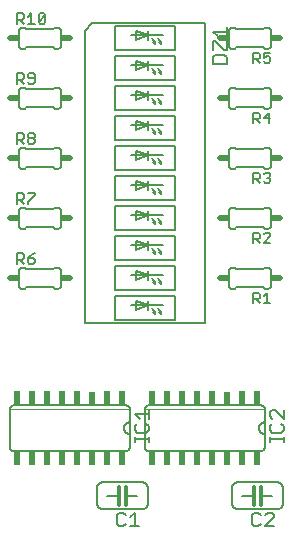
<source format=gto>
G75*
G70*
%OFA0B0*%
%FSLAX24Y24*%
%IPPOS*%
%LPD*%
%AMOC8*
5,1,8,0,0,1.08239X$1,22.5*
%
%ADD10C,0.0050*%
%ADD11C,0.0200*%
%ADD12C,0.0060*%
%ADD13R,0.0100X0.0200*%
%ADD14R,0.0200X0.0450*%
%ADD15C,0.0020*%
%ADD16C,0.0120*%
D10*
X004736Y003935D02*
X004811Y003860D01*
X004961Y003860D01*
X005036Y003935D01*
X005196Y003860D02*
X005496Y003860D01*
X005346Y003860D02*
X005346Y004310D01*
X005196Y004160D01*
X005036Y004235D02*
X004961Y004310D01*
X004811Y004310D01*
X004736Y004235D01*
X004736Y003935D01*
X005356Y006682D02*
X005356Y006832D01*
X005356Y006757D02*
X005806Y006757D01*
X005806Y006682D02*
X005806Y006832D01*
X005731Y006989D02*
X005806Y007064D01*
X005806Y007214D01*
X005731Y007289D01*
X005806Y007450D02*
X005806Y007750D01*
X005806Y007600D02*
X005356Y007600D01*
X005506Y007450D01*
X005431Y007289D02*
X005356Y007214D01*
X005356Y007064D01*
X005431Y006989D01*
X005731Y006989D01*
X009236Y004235D02*
X009236Y003935D01*
X009311Y003860D01*
X009461Y003860D01*
X009536Y003935D01*
X009696Y003860D02*
X009996Y004160D01*
X009996Y004235D01*
X009921Y004310D01*
X009771Y004310D01*
X009696Y004235D01*
X009536Y004235D02*
X009461Y004310D01*
X009311Y004310D01*
X009236Y004235D01*
X009696Y003860D02*
X009996Y003860D01*
X009856Y006682D02*
X009856Y006832D01*
X009856Y006757D02*
X010306Y006757D01*
X010306Y006682D02*
X010306Y006832D01*
X010231Y006989D02*
X010306Y007064D01*
X010306Y007214D01*
X010231Y007289D01*
X010306Y007450D02*
X010006Y007750D01*
X009931Y007750D01*
X009856Y007675D01*
X009856Y007525D01*
X009931Y007450D01*
X009931Y007289D02*
X009856Y007214D01*
X009856Y007064D01*
X009931Y006989D01*
X010231Y006989D01*
X010306Y007450D02*
X010306Y007750D01*
X009864Y011310D02*
X009637Y011310D01*
X009751Y011310D02*
X009751Y011650D01*
X009637Y011537D01*
X009505Y011594D02*
X009505Y011480D01*
X009448Y011423D01*
X009278Y011423D01*
X009278Y011310D02*
X009278Y011650D01*
X009448Y011650D01*
X009505Y011594D01*
X009392Y011423D02*
X009505Y011310D01*
X009505Y013310D02*
X009392Y013423D01*
X009448Y013423D02*
X009278Y013423D01*
X009278Y013310D02*
X009278Y013650D01*
X009448Y013650D01*
X009505Y013594D01*
X009505Y013480D01*
X009448Y013423D01*
X009637Y013310D02*
X009864Y013537D01*
X009864Y013594D01*
X009807Y013650D01*
X009694Y013650D01*
X009637Y013594D01*
X009637Y013310D02*
X009864Y013310D01*
X009807Y015310D02*
X009694Y015310D01*
X009637Y015367D01*
X009505Y015310D02*
X009392Y015423D01*
X009448Y015423D02*
X009278Y015423D01*
X009278Y015310D02*
X009278Y015650D01*
X009448Y015650D01*
X009505Y015594D01*
X009505Y015480D01*
X009448Y015423D01*
X009637Y015594D02*
X009694Y015650D01*
X009807Y015650D01*
X009864Y015594D01*
X009864Y015537D01*
X009807Y015480D01*
X009864Y015423D01*
X009864Y015367D01*
X009807Y015310D01*
X009807Y015480D02*
X009751Y015480D01*
X009807Y017310D02*
X009807Y017650D01*
X009637Y017480D01*
X009864Y017480D01*
X009505Y017480D02*
X009448Y017423D01*
X009278Y017423D01*
X009278Y017310D02*
X009278Y017650D01*
X009448Y017650D01*
X009505Y017594D01*
X009505Y017480D01*
X009392Y017423D02*
X009505Y017310D01*
X009505Y019310D02*
X009392Y019423D01*
X009448Y019423D02*
X009278Y019423D01*
X009278Y019310D02*
X009278Y019650D01*
X009448Y019650D01*
X009505Y019594D01*
X009505Y019480D01*
X009448Y019423D01*
X009637Y019367D02*
X009694Y019310D01*
X009807Y019310D01*
X009864Y019367D01*
X009864Y019480D01*
X009807Y019537D01*
X009751Y019537D01*
X009637Y019480D01*
X009637Y019650D01*
X009864Y019650D01*
X008406Y019739D02*
X008406Y020039D01*
X008406Y020200D02*
X008406Y020500D01*
X008406Y020350D02*
X007956Y020350D01*
X008106Y020200D01*
X008031Y020039D02*
X008331Y019739D01*
X008406Y019739D01*
X008331Y019579D02*
X008031Y019579D01*
X007956Y019504D01*
X007956Y019279D01*
X008406Y019279D01*
X008406Y019504D01*
X008331Y019579D01*
X008031Y020039D02*
X007956Y020039D01*
X007956Y019739D01*
X002361Y020677D02*
X002305Y020620D01*
X002191Y020620D01*
X002135Y020677D01*
X002361Y020904D01*
X002361Y020677D01*
X002361Y020904D02*
X002305Y020960D01*
X002191Y020960D01*
X002135Y020904D01*
X002135Y020677D01*
X002002Y020620D02*
X001776Y020620D01*
X001889Y020620D02*
X001889Y020960D01*
X001776Y020847D01*
X001643Y020904D02*
X001643Y020790D01*
X001587Y020733D01*
X001416Y020733D01*
X001416Y020620D02*
X001416Y020960D01*
X001587Y020960D01*
X001643Y020904D01*
X001530Y020733D02*
X001643Y020620D01*
X001587Y018960D02*
X001416Y018960D01*
X001416Y018620D01*
X001416Y018733D02*
X001587Y018733D01*
X001643Y018790D01*
X001643Y018904D01*
X001587Y018960D01*
X001530Y018733D02*
X001643Y018620D01*
X001776Y018677D02*
X001832Y018620D01*
X001946Y018620D01*
X002002Y018677D01*
X002002Y018904D01*
X001946Y018960D01*
X001832Y018960D01*
X001776Y018904D01*
X001776Y018847D01*
X001832Y018790D01*
X002002Y018790D01*
X001946Y016960D02*
X001832Y016960D01*
X001776Y016904D01*
X001776Y016847D01*
X001832Y016790D01*
X001946Y016790D01*
X002002Y016733D01*
X002002Y016677D01*
X001946Y016620D01*
X001832Y016620D01*
X001776Y016677D01*
X001776Y016733D01*
X001832Y016790D01*
X001946Y016790D02*
X002002Y016847D01*
X002002Y016904D01*
X001946Y016960D01*
X001643Y016904D02*
X001643Y016790D01*
X001587Y016733D01*
X001416Y016733D01*
X001416Y016620D02*
X001416Y016960D01*
X001587Y016960D01*
X001643Y016904D01*
X001530Y016733D02*
X001643Y016620D01*
X001587Y014960D02*
X001416Y014960D01*
X001416Y014620D01*
X001416Y014733D02*
X001587Y014733D01*
X001643Y014790D01*
X001643Y014904D01*
X001587Y014960D01*
X001530Y014733D02*
X001643Y014620D01*
X001776Y014620D02*
X001776Y014677D01*
X002002Y014904D01*
X002002Y014960D01*
X001776Y014960D01*
X001587Y012960D02*
X001416Y012960D01*
X001416Y012620D01*
X001416Y012733D02*
X001587Y012733D01*
X001643Y012790D01*
X001643Y012904D01*
X001587Y012960D01*
X001530Y012733D02*
X001643Y012620D01*
X001776Y012677D02*
X001776Y012790D01*
X001946Y012790D01*
X002002Y012733D01*
X002002Y012677D01*
X001946Y012620D01*
X001832Y012620D01*
X001776Y012677D01*
X001776Y012790D02*
X001889Y012904D01*
X002002Y012960D01*
D11*
X001381Y012135D02*
X001181Y012135D01*
X001181Y014135D02*
X001381Y014135D01*
X001381Y016135D02*
X001181Y016135D01*
X001181Y018135D02*
X001381Y018135D01*
X001381Y020135D02*
X001181Y020135D01*
X002981Y020135D02*
X003181Y020135D01*
X003181Y018135D02*
X002981Y018135D01*
X002981Y016135D02*
X003181Y016135D01*
X003181Y014135D02*
X002981Y014135D01*
X002981Y012135D02*
X003181Y012135D01*
X008181Y012135D02*
X008381Y012135D01*
X008381Y014135D02*
X008181Y014135D01*
X008181Y016135D02*
X008381Y016135D01*
X008381Y018135D02*
X008181Y018135D01*
X008181Y020135D02*
X008381Y020135D01*
X009981Y020135D02*
X010181Y020135D01*
X010181Y018135D02*
X009981Y018135D01*
X009981Y016135D02*
X010181Y016135D01*
X010181Y014135D02*
X009981Y014135D01*
X009981Y012135D02*
X010181Y012135D01*
D12*
X009881Y012385D02*
X009881Y011885D01*
X009879Y011868D01*
X009875Y011851D01*
X009868Y011835D01*
X009858Y011821D01*
X009845Y011808D01*
X009831Y011798D01*
X009815Y011791D01*
X009798Y011787D01*
X009781Y011785D01*
X009681Y011785D01*
X009631Y011835D01*
X008731Y011835D01*
X008681Y011785D01*
X008581Y011785D01*
X008564Y011787D01*
X008547Y011791D01*
X008531Y011798D01*
X008517Y011808D01*
X008504Y011821D01*
X008494Y011835D01*
X008487Y011851D01*
X008483Y011868D01*
X008481Y011885D01*
X008481Y012385D01*
X008483Y012402D01*
X008487Y012419D01*
X008494Y012435D01*
X008504Y012449D01*
X008517Y012462D01*
X008531Y012472D01*
X008547Y012479D01*
X008564Y012483D01*
X008581Y012485D01*
X008681Y012485D01*
X008731Y012435D01*
X009631Y012435D01*
X009681Y012485D01*
X009781Y012485D01*
X009798Y012483D01*
X009815Y012479D01*
X009831Y012472D01*
X009845Y012462D01*
X009858Y012449D01*
X009868Y012435D01*
X009875Y012419D01*
X009879Y012402D01*
X009881Y012385D01*
X009781Y013785D02*
X009681Y013785D01*
X009631Y013835D01*
X008731Y013835D01*
X008681Y013785D01*
X008581Y013785D01*
X008564Y013787D01*
X008547Y013791D01*
X008531Y013798D01*
X008517Y013808D01*
X008504Y013821D01*
X008494Y013835D01*
X008487Y013851D01*
X008483Y013868D01*
X008481Y013885D01*
X008481Y014385D01*
X008483Y014402D01*
X008487Y014419D01*
X008494Y014435D01*
X008504Y014449D01*
X008517Y014462D01*
X008531Y014472D01*
X008547Y014479D01*
X008564Y014483D01*
X008581Y014485D01*
X008681Y014485D01*
X008731Y014435D01*
X009631Y014435D01*
X009681Y014485D01*
X009781Y014485D01*
X009798Y014483D01*
X009815Y014479D01*
X009831Y014472D01*
X009845Y014462D01*
X009858Y014449D01*
X009868Y014435D01*
X009875Y014419D01*
X009879Y014402D01*
X009881Y014385D01*
X009881Y013885D01*
X009879Y013868D01*
X009875Y013851D01*
X009868Y013835D01*
X009858Y013821D01*
X009845Y013808D01*
X009831Y013798D01*
X009815Y013791D01*
X009798Y013787D01*
X009781Y013785D01*
X009781Y015785D02*
X009681Y015785D01*
X009631Y015835D01*
X008731Y015835D01*
X008681Y015785D01*
X008581Y015785D01*
X008564Y015787D01*
X008547Y015791D01*
X008531Y015798D01*
X008517Y015808D01*
X008504Y015821D01*
X008494Y015835D01*
X008487Y015851D01*
X008483Y015868D01*
X008481Y015885D01*
X008481Y016385D01*
X008483Y016402D01*
X008487Y016419D01*
X008494Y016435D01*
X008504Y016449D01*
X008517Y016462D01*
X008531Y016472D01*
X008547Y016479D01*
X008564Y016483D01*
X008581Y016485D01*
X008681Y016485D01*
X008731Y016435D01*
X009631Y016435D01*
X009681Y016485D01*
X009781Y016485D01*
X009798Y016483D01*
X009815Y016479D01*
X009831Y016472D01*
X009845Y016462D01*
X009858Y016449D01*
X009868Y016435D01*
X009875Y016419D01*
X009879Y016402D01*
X009881Y016385D01*
X009881Y015885D01*
X009879Y015868D01*
X009875Y015851D01*
X009868Y015835D01*
X009858Y015821D01*
X009845Y015808D01*
X009831Y015798D01*
X009815Y015791D01*
X009798Y015787D01*
X009781Y015785D01*
X009781Y017785D02*
X009681Y017785D01*
X009631Y017835D01*
X008731Y017835D01*
X008681Y017785D01*
X008581Y017785D01*
X008564Y017787D01*
X008547Y017791D01*
X008531Y017798D01*
X008517Y017808D01*
X008504Y017821D01*
X008494Y017835D01*
X008487Y017851D01*
X008483Y017868D01*
X008481Y017885D01*
X008481Y018385D01*
X008483Y018402D01*
X008487Y018419D01*
X008494Y018435D01*
X008504Y018449D01*
X008517Y018462D01*
X008531Y018472D01*
X008547Y018479D01*
X008564Y018483D01*
X008581Y018485D01*
X008681Y018485D01*
X008731Y018435D01*
X009631Y018435D01*
X009681Y018485D01*
X009781Y018485D01*
X009798Y018483D01*
X009815Y018479D01*
X009831Y018472D01*
X009845Y018462D01*
X009858Y018449D01*
X009868Y018435D01*
X009875Y018419D01*
X009879Y018402D01*
X009881Y018385D01*
X009881Y017885D01*
X009879Y017868D01*
X009875Y017851D01*
X009868Y017835D01*
X009858Y017821D01*
X009845Y017808D01*
X009831Y017798D01*
X009815Y017791D01*
X009798Y017787D01*
X009781Y017785D01*
X009781Y019785D02*
X009681Y019785D01*
X009631Y019835D01*
X008731Y019835D01*
X008681Y019785D01*
X008581Y019785D01*
X008564Y019787D01*
X008547Y019791D01*
X008531Y019798D01*
X008517Y019808D01*
X008504Y019821D01*
X008494Y019835D01*
X008487Y019851D01*
X008483Y019868D01*
X008481Y019885D01*
X008481Y020385D01*
X008483Y020402D01*
X008487Y020419D01*
X008494Y020435D01*
X008504Y020449D01*
X008517Y020462D01*
X008531Y020472D01*
X008547Y020479D01*
X008564Y020483D01*
X008581Y020485D01*
X008681Y020485D01*
X008731Y020435D01*
X009631Y020435D01*
X009681Y020485D01*
X009781Y020485D01*
X009798Y020483D01*
X009815Y020479D01*
X009831Y020472D01*
X009845Y020462D01*
X009858Y020449D01*
X009868Y020435D01*
X009875Y020419D01*
X009879Y020402D01*
X009881Y020385D01*
X009881Y019885D01*
X009879Y019868D01*
X009875Y019851D01*
X009868Y019835D01*
X009858Y019821D01*
X009845Y019808D01*
X009831Y019798D01*
X009815Y019791D01*
X009798Y019787D01*
X009781Y019785D01*
X007681Y020635D02*
X007681Y010635D01*
X003681Y010635D01*
X003681Y020385D01*
X003931Y020635D01*
X007681Y020635D01*
X006681Y020535D02*
X006681Y019735D01*
X004681Y019735D01*
X004681Y020535D01*
X006681Y020535D01*
X006281Y020235D02*
X005781Y020235D01*
X005781Y020085D01*
X005781Y020235D02*
X005781Y020385D01*
X005781Y020235D02*
X005381Y020085D01*
X005381Y020385D01*
X005781Y020235D01*
X005231Y020235D01*
X005381Y019385D02*
X005781Y019235D01*
X005781Y019085D01*
X005781Y019235D02*
X005781Y019385D01*
X005781Y019235D02*
X005381Y019085D01*
X005381Y019385D01*
X005231Y019235D02*
X005781Y019235D01*
X006281Y019235D01*
X006131Y019135D02*
X006231Y018935D01*
X006151Y018995D01*
X006231Y019035D01*
X006231Y018935D01*
X006031Y018935D02*
X005951Y018995D01*
X006031Y019035D01*
X006031Y018935D01*
X005931Y019135D01*
X005781Y018385D02*
X005781Y018235D01*
X005781Y018085D01*
X005781Y018235D02*
X005381Y018085D01*
X005381Y018385D01*
X005781Y018235D01*
X006281Y018235D01*
X006131Y018135D02*
X006231Y017935D01*
X006151Y017995D01*
X006231Y018035D01*
X006231Y017935D01*
X006031Y017935D02*
X005951Y017995D01*
X006031Y018035D01*
X006031Y017935D01*
X005931Y018135D01*
X005781Y018235D02*
X005231Y018235D01*
X005381Y017385D02*
X005781Y017235D01*
X005781Y017085D01*
X005781Y017235D02*
X005781Y017385D01*
X005781Y017235D02*
X005381Y017085D01*
X005381Y017385D01*
X005231Y017235D02*
X005781Y017235D01*
X006281Y017235D01*
X006131Y017135D02*
X006231Y016935D01*
X006151Y016995D01*
X006231Y017035D01*
X006231Y016935D01*
X006031Y016935D02*
X005951Y016995D01*
X006031Y017035D01*
X006031Y016935D01*
X005931Y017135D01*
X005781Y016385D02*
X005781Y016235D01*
X005781Y016085D01*
X005781Y016235D02*
X005381Y016085D01*
X005381Y016385D01*
X005781Y016235D01*
X006281Y016235D01*
X006131Y016135D02*
X006231Y015935D01*
X006151Y015995D01*
X006231Y016035D01*
X006231Y015935D01*
X006031Y015935D02*
X005951Y015995D01*
X006031Y016035D01*
X006031Y015935D01*
X005931Y016135D01*
X005781Y016235D02*
X005231Y016235D01*
X005381Y015385D02*
X005781Y015235D01*
X005781Y015085D01*
X005781Y015235D02*
X005781Y015385D01*
X005781Y015235D02*
X005381Y015085D01*
X005381Y015385D01*
X005231Y015235D02*
X005781Y015235D01*
X006281Y015235D01*
X006131Y015135D02*
X006231Y014935D01*
X006151Y014995D01*
X006231Y015035D01*
X006231Y014935D01*
X006031Y014935D02*
X005951Y014995D01*
X006031Y015035D01*
X006031Y014935D01*
X005931Y015135D01*
X005781Y014385D02*
X005781Y014235D01*
X005781Y014085D01*
X005781Y014235D02*
X005381Y014085D01*
X005381Y014385D01*
X005781Y014235D01*
X006281Y014235D01*
X006131Y014135D02*
X006231Y013935D01*
X006151Y013995D01*
X006231Y014035D01*
X006231Y013935D01*
X006031Y013935D02*
X005951Y013995D01*
X006031Y014035D01*
X006031Y013935D01*
X005931Y014135D01*
X005781Y014235D02*
X005231Y014235D01*
X005381Y013385D02*
X005781Y013235D01*
X005781Y013085D01*
X005781Y013235D02*
X005781Y013385D01*
X005781Y013235D02*
X005381Y013085D01*
X005381Y013385D01*
X005231Y013235D02*
X005781Y013235D01*
X006281Y013235D01*
X006131Y013135D02*
X006231Y012935D01*
X006151Y012995D01*
X006231Y013035D01*
X006231Y012935D01*
X006031Y012935D02*
X005951Y012995D01*
X006031Y013035D01*
X006031Y012935D01*
X005931Y013135D01*
X005781Y012385D02*
X005781Y012235D01*
X005781Y012085D01*
X005781Y012235D02*
X005381Y012085D01*
X005381Y012385D01*
X005781Y012235D01*
X006281Y012235D01*
X006131Y012135D02*
X006231Y011935D01*
X006151Y011995D01*
X006231Y012035D01*
X006231Y011935D01*
X006031Y011935D02*
X005951Y011995D01*
X006031Y012035D01*
X006031Y011935D01*
X005931Y012135D01*
X005781Y012235D02*
X005231Y012235D01*
X005381Y011385D02*
X005781Y011235D01*
X005781Y011085D01*
X005781Y011235D02*
X005781Y011385D01*
X005781Y011235D02*
X005381Y011085D01*
X005381Y011385D01*
X005231Y011235D02*
X005781Y011235D01*
X006281Y011235D01*
X006131Y011135D02*
X006231Y010935D01*
X006151Y010995D01*
X006231Y011035D01*
X006231Y010935D01*
X006031Y010935D02*
X005951Y010995D01*
X006031Y011035D01*
X006031Y010935D01*
X005931Y011135D01*
X006681Y010735D02*
X006681Y011535D01*
X004681Y011535D01*
X004681Y010735D01*
X006681Y010735D01*
X006681Y011735D02*
X006681Y012535D01*
X004681Y012535D01*
X004681Y011735D01*
X006681Y011735D01*
X006681Y012735D02*
X006681Y013535D01*
X004681Y013535D01*
X004681Y012735D01*
X006681Y012735D01*
X006681Y013735D02*
X006681Y014535D01*
X004681Y014535D01*
X004681Y013735D01*
X006681Y013735D01*
X006681Y014735D02*
X006681Y015535D01*
X004681Y015535D01*
X004681Y014735D01*
X006681Y014735D01*
X006681Y015735D02*
X006681Y016535D01*
X004681Y016535D01*
X004681Y015735D01*
X006681Y015735D01*
X006681Y016735D02*
X006681Y017535D01*
X004681Y017535D01*
X004681Y016735D01*
X006681Y016735D01*
X006681Y017735D02*
X004681Y017735D01*
X004681Y018535D01*
X006681Y018535D01*
X006681Y017735D01*
X006681Y018735D02*
X004681Y018735D01*
X004681Y019535D01*
X006681Y019535D01*
X006681Y018735D01*
X006231Y019935D02*
X006151Y019995D01*
X006231Y020035D01*
X006231Y019935D01*
X006131Y020135D01*
X006031Y020035D02*
X005951Y019995D01*
X006031Y019935D01*
X006031Y020035D01*
X006031Y019935D02*
X005931Y020135D01*
X002881Y019885D02*
X002881Y020385D01*
X002879Y020402D01*
X002875Y020419D01*
X002868Y020435D01*
X002858Y020449D01*
X002845Y020462D01*
X002831Y020472D01*
X002815Y020479D01*
X002798Y020483D01*
X002781Y020485D01*
X002681Y020485D01*
X002631Y020435D01*
X001731Y020435D01*
X001681Y020485D01*
X001581Y020485D01*
X001564Y020483D01*
X001547Y020479D01*
X001531Y020472D01*
X001517Y020462D01*
X001504Y020449D01*
X001494Y020435D01*
X001487Y020419D01*
X001483Y020402D01*
X001481Y020385D01*
X001481Y019885D01*
X001483Y019868D01*
X001487Y019851D01*
X001494Y019835D01*
X001504Y019821D01*
X001517Y019808D01*
X001531Y019798D01*
X001547Y019791D01*
X001564Y019787D01*
X001581Y019785D01*
X001681Y019785D01*
X001731Y019835D01*
X002631Y019835D01*
X002681Y019785D01*
X002781Y019785D01*
X002798Y019787D01*
X002815Y019791D01*
X002831Y019798D01*
X002845Y019808D01*
X002858Y019821D01*
X002868Y019835D01*
X002875Y019851D01*
X002879Y019868D01*
X002881Y019885D01*
X002781Y018485D02*
X002681Y018485D01*
X002631Y018435D01*
X001731Y018435D01*
X001681Y018485D01*
X001581Y018485D01*
X001564Y018483D01*
X001547Y018479D01*
X001531Y018472D01*
X001517Y018462D01*
X001504Y018449D01*
X001494Y018435D01*
X001487Y018419D01*
X001483Y018402D01*
X001481Y018385D01*
X001481Y017885D01*
X001483Y017868D01*
X001487Y017851D01*
X001494Y017835D01*
X001504Y017821D01*
X001517Y017808D01*
X001531Y017798D01*
X001547Y017791D01*
X001564Y017787D01*
X001581Y017785D01*
X001681Y017785D01*
X001731Y017835D01*
X002631Y017835D01*
X002681Y017785D01*
X002781Y017785D01*
X002798Y017787D01*
X002815Y017791D01*
X002831Y017798D01*
X002845Y017808D01*
X002858Y017821D01*
X002868Y017835D01*
X002875Y017851D01*
X002879Y017868D01*
X002881Y017885D01*
X002881Y018385D01*
X002879Y018402D01*
X002875Y018419D01*
X002868Y018435D01*
X002858Y018449D01*
X002845Y018462D01*
X002831Y018472D01*
X002815Y018479D01*
X002798Y018483D01*
X002781Y018485D01*
X002781Y016485D02*
X002681Y016485D01*
X002631Y016435D01*
X001731Y016435D01*
X001681Y016485D01*
X001581Y016485D01*
X001564Y016483D01*
X001547Y016479D01*
X001531Y016472D01*
X001517Y016462D01*
X001504Y016449D01*
X001494Y016435D01*
X001487Y016419D01*
X001483Y016402D01*
X001481Y016385D01*
X001481Y015885D01*
X001483Y015868D01*
X001487Y015851D01*
X001494Y015835D01*
X001504Y015821D01*
X001517Y015808D01*
X001531Y015798D01*
X001547Y015791D01*
X001564Y015787D01*
X001581Y015785D01*
X001681Y015785D01*
X001731Y015835D01*
X002631Y015835D01*
X002681Y015785D01*
X002781Y015785D01*
X002798Y015787D01*
X002815Y015791D01*
X002831Y015798D01*
X002845Y015808D01*
X002858Y015821D01*
X002868Y015835D01*
X002875Y015851D01*
X002879Y015868D01*
X002881Y015885D01*
X002881Y016385D01*
X002879Y016402D01*
X002875Y016419D01*
X002868Y016435D01*
X002858Y016449D01*
X002845Y016462D01*
X002831Y016472D01*
X002815Y016479D01*
X002798Y016483D01*
X002781Y016485D01*
X002781Y014485D02*
X002681Y014485D01*
X002631Y014435D01*
X001731Y014435D01*
X001681Y014485D01*
X001581Y014485D01*
X001564Y014483D01*
X001547Y014479D01*
X001531Y014472D01*
X001517Y014462D01*
X001504Y014449D01*
X001494Y014435D01*
X001487Y014419D01*
X001483Y014402D01*
X001481Y014385D01*
X001481Y013885D01*
X001483Y013868D01*
X001487Y013851D01*
X001494Y013835D01*
X001504Y013821D01*
X001517Y013808D01*
X001531Y013798D01*
X001547Y013791D01*
X001564Y013787D01*
X001581Y013785D01*
X001681Y013785D01*
X001731Y013835D01*
X002631Y013835D01*
X002681Y013785D01*
X002781Y013785D01*
X002798Y013787D01*
X002815Y013791D01*
X002831Y013798D01*
X002845Y013808D01*
X002858Y013821D01*
X002868Y013835D01*
X002875Y013851D01*
X002879Y013868D01*
X002881Y013885D01*
X002881Y014385D01*
X002879Y014402D01*
X002875Y014419D01*
X002868Y014435D01*
X002858Y014449D01*
X002845Y014462D01*
X002831Y014472D01*
X002815Y014479D01*
X002798Y014483D01*
X002781Y014485D01*
X002781Y012485D02*
X002681Y012485D01*
X002631Y012435D01*
X001731Y012435D01*
X001681Y012485D01*
X001581Y012485D01*
X001564Y012483D01*
X001547Y012479D01*
X001531Y012472D01*
X001517Y012462D01*
X001504Y012449D01*
X001494Y012435D01*
X001487Y012419D01*
X001483Y012402D01*
X001481Y012385D01*
X001481Y011885D01*
X001483Y011868D01*
X001487Y011851D01*
X001494Y011835D01*
X001504Y011821D01*
X001517Y011808D01*
X001531Y011798D01*
X001547Y011791D01*
X001564Y011787D01*
X001581Y011785D01*
X001681Y011785D01*
X001731Y011835D01*
X002631Y011835D01*
X002681Y011785D01*
X002781Y011785D01*
X002798Y011787D01*
X002815Y011791D01*
X002831Y011798D01*
X002845Y011808D01*
X002858Y011821D01*
X002868Y011835D01*
X002875Y011851D01*
X002879Y011868D01*
X002881Y011885D01*
X002881Y012385D01*
X002879Y012402D01*
X002875Y012419D01*
X002868Y012435D01*
X002858Y012449D01*
X002845Y012462D01*
X002831Y012472D01*
X002815Y012479D01*
X002798Y012483D01*
X002781Y012485D01*
X001331Y007905D02*
X005031Y007905D01*
X005054Y007903D01*
X005077Y007898D01*
X005099Y007889D01*
X005119Y007876D01*
X005137Y007861D01*
X005152Y007843D01*
X005165Y007823D01*
X005174Y007801D01*
X005179Y007778D01*
X005181Y007755D01*
X005181Y007335D01*
X005181Y006935D01*
X005181Y006515D01*
X005179Y006492D01*
X005174Y006469D01*
X005165Y006447D01*
X005152Y006427D01*
X005137Y006409D01*
X005119Y006394D01*
X005099Y006381D01*
X005077Y006372D01*
X005054Y006367D01*
X005031Y006365D01*
X001331Y006365D01*
X001308Y006367D01*
X001285Y006372D01*
X001263Y006381D01*
X001243Y006394D01*
X001225Y006409D01*
X001210Y006427D01*
X001197Y006447D01*
X001188Y006469D01*
X001183Y006492D01*
X001181Y006515D01*
X001181Y007755D01*
X001183Y007778D01*
X001188Y007801D01*
X001197Y007823D01*
X001210Y007843D01*
X001225Y007861D01*
X001243Y007876D01*
X001263Y007889D01*
X001285Y007898D01*
X001308Y007903D01*
X001331Y007905D01*
X004081Y005135D02*
X004081Y004635D01*
X004083Y004609D01*
X004088Y004583D01*
X004096Y004558D01*
X004108Y004535D01*
X004122Y004513D01*
X004140Y004494D01*
X004159Y004476D01*
X004181Y004462D01*
X004204Y004450D01*
X004229Y004442D01*
X004255Y004437D01*
X004281Y004435D01*
X005581Y004435D01*
X005607Y004437D01*
X005633Y004442D01*
X005658Y004450D01*
X005681Y004462D01*
X005703Y004476D01*
X005722Y004494D01*
X005740Y004513D01*
X005754Y004535D01*
X005766Y004558D01*
X005774Y004583D01*
X005779Y004609D01*
X005781Y004635D01*
X005781Y005135D01*
X005779Y005161D01*
X005774Y005187D01*
X005766Y005212D01*
X005754Y005235D01*
X005740Y005257D01*
X005722Y005276D01*
X005703Y005294D01*
X005681Y005308D01*
X005658Y005320D01*
X005633Y005328D01*
X005607Y005333D01*
X005581Y005335D01*
X004281Y005335D01*
X004255Y005333D01*
X004229Y005328D01*
X004204Y005320D01*
X004181Y005308D01*
X004159Y005294D01*
X004140Y005276D01*
X004122Y005257D01*
X004108Y005235D01*
X004096Y005212D01*
X004088Y005187D01*
X004083Y005161D01*
X004081Y005135D01*
X004431Y004885D02*
X004801Y004885D01*
X005051Y004885D02*
X005431Y004885D01*
X005831Y006365D02*
X009531Y006365D01*
X009554Y006367D01*
X009577Y006372D01*
X009599Y006381D01*
X009619Y006394D01*
X009637Y006409D01*
X009652Y006427D01*
X009665Y006447D01*
X009674Y006469D01*
X009679Y006492D01*
X009681Y006515D01*
X009681Y006935D01*
X009681Y007335D01*
X009681Y007755D01*
X009679Y007778D01*
X009674Y007801D01*
X009665Y007823D01*
X009652Y007843D01*
X009637Y007861D01*
X009619Y007876D01*
X009599Y007889D01*
X009577Y007898D01*
X009554Y007903D01*
X009531Y007905D01*
X005831Y007905D01*
X005808Y007903D01*
X005785Y007898D01*
X005763Y007889D01*
X005743Y007876D01*
X005725Y007861D01*
X005710Y007843D01*
X005697Y007823D01*
X005688Y007801D01*
X005683Y007778D01*
X005681Y007755D01*
X005681Y006515D01*
X005683Y006492D01*
X005688Y006469D01*
X005697Y006447D01*
X005710Y006427D01*
X005725Y006409D01*
X005743Y006394D01*
X005763Y006381D01*
X005785Y006372D01*
X005808Y006367D01*
X005831Y006365D01*
X005181Y006935D02*
X005154Y006937D01*
X005127Y006942D01*
X005101Y006952D01*
X005077Y006964D01*
X005055Y006980D01*
X005035Y006998D01*
X005018Y007020D01*
X005003Y007043D01*
X004993Y007068D01*
X004985Y007094D01*
X004981Y007121D01*
X004981Y007149D01*
X004985Y007176D01*
X004993Y007202D01*
X005003Y007227D01*
X005018Y007250D01*
X005035Y007272D01*
X005055Y007290D01*
X005077Y007306D01*
X005101Y007318D01*
X005127Y007328D01*
X005154Y007333D01*
X005181Y007335D01*
X008581Y005135D02*
X008581Y004635D01*
X008583Y004609D01*
X008588Y004583D01*
X008596Y004558D01*
X008608Y004535D01*
X008622Y004513D01*
X008640Y004494D01*
X008659Y004476D01*
X008681Y004462D01*
X008704Y004450D01*
X008729Y004442D01*
X008755Y004437D01*
X008781Y004435D01*
X010081Y004435D01*
X010107Y004437D01*
X010133Y004442D01*
X010158Y004450D01*
X010181Y004462D01*
X010203Y004476D01*
X010222Y004494D01*
X010240Y004513D01*
X010254Y004535D01*
X010266Y004558D01*
X010274Y004583D01*
X010279Y004609D01*
X010281Y004635D01*
X010281Y005135D01*
X010279Y005161D01*
X010274Y005187D01*
X010266Y005212D01*
X010254Y005235D01*
X010240Y005257D01*
X010222Y005276D01*
X010203Y005294D01*
X010181Y005308D01*
X010158Y005320D01*
X010133Y005328D01*
X010107Y005333D01*
X010081Y005335D01*
X008781Y005335D01*
X008755Y005333D01*
X008729Y005328D01*
X008704Y005320D01*
X008681Y005308D01*
X008659Y005294D01*
X008640Y005276D01*
X008622Y005257D01*
X008608Y005235D01*
X008596Y005212D01*
X008588Y005187D01*
X008583Y005161D01*
X008581Y005135D01*
X008931Y004885D02*
X009301Y004885D01*
X009551Y004885D02*
X009931Y004885D01*
X009681Y006935D02*
X009654Y006937D01*
X009627Y006942D01*
X009601Y006952D01*
X009577Y006964D01*
X009555Y006980D01*
X009535Y006998D01*
X009518Y007020D01*
X009503Y007043D01*
X009493Y007068D01*
X009485Y007094D01*
X009481Y007121D01*
X009481Y007149D01*
X009485Y007176D01*
X009493Y007202D01*
X009503Y007227D01*
X009518Y007250D01*
X009535Y007272D01*
X009555Y007290D01*
X009577Y007306D01*
X009601Y007318D01*
X009627Y007328D01*
X009654Y007333D01*
X009681Y007335D01*
D13*
X009931Y012135D03*
X009931Y014135D03*
X009931Y016135D03*
X009931Y018135D03*
X009931Y020135D03*
X008431Y020135D03*
X008431Y018135D03*
X008431Y016135D03*
X008431Y014135D03*
X008431Y012135D03*
X002931Y012135D03*
X002931Y014135D03*
X002931Y016135D03*
X002931Y018135D03*
X002931Y020135D03*
X001431Y020135D03*
X001431Y018135D03*
X001431Y016135D03*
X001431Y014135D03*
X001431Y012135D03*
D14*
X001431Y006140D03*
X001931Y006140D03*
X002431Y006140D03*
X002931Y006140D03*
X003431Y006140D03*
X003931Y006140D03*
X004431Y006140D03*
X004931Y006140D03*
X005931Y006140D03*
X006431Y006140D03*
X006931Y006140D03*
X007431Y006140D03*
X007931Y006140D03*
X008431Y006140D03*
X008931Y006140D03*
X009431Y006140D03*
X009431Y008130D03*
X008931Y008130D03*
X008431Y008120D03*
X007931Y008130D03*
X007431Y008130D03*
X006931Y008130D03*
X006431Y008130D03*
X005931Y008130D03*
X004931Y008130D03*
X004431Y008130D03*
X003931Y008120D03*
X003431Y008130D03*
X002931Y008130D03*
X002431Y008130D03*
X001931Y008130D03*
X001431Y008130D03*
D15*
X001181Y007765D02*
X005181Y007765D01*
X005681Y007765D02*
X009681Y007765D01*
D16*
X009551Y005185D02*
X009551Y004585D01*
X009301Y004585D02*
X009301Y005185D01*
X005051Y005185D02*
X005051Y004585D01*
X004801Y004585D02*
X004801Y005185D01*
M02*

</source>
